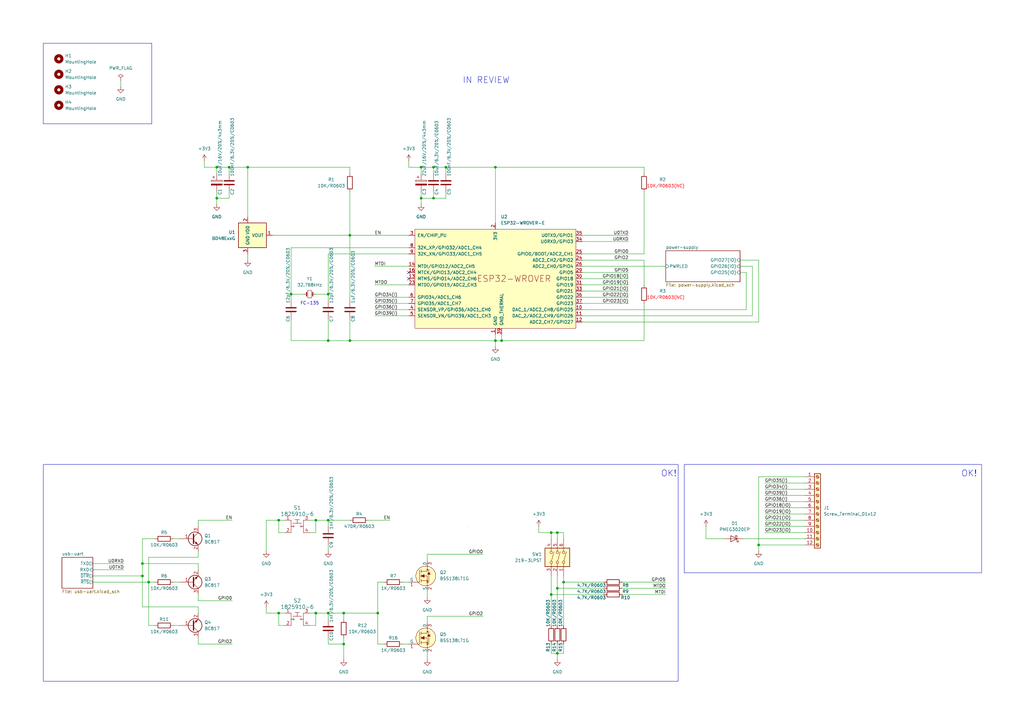
<source format=kicad_sch>
(kicad_sch (version 20231120) (generator "eeschema") (generator_version "8.0")
  (paper "A3")
  (title_block (title "ESP32 embedded application") (date "2024-10-26") (rev "C") (comment 1 "Author: Nicolae-Andrei Prodan") (comment 2 "ESP32 embedded hardware application"))
  (lib_symbols
    (symbol "BSS138LT1G_1" (pin_names (offset 0))
      (property "Reference" "Q" (at -3.81 3.81 0))
      (property "Value" "BSS138LT1G" (at 5.08 0 90))
      (symbol "BSS138LT1G_1_1_1"
        (pin bidirectional line (at -7.62 -2.54 0) (length 2.54) (name "G") (number "1"))
        (pin bidirectional line (at 0 -6.35 90) (length 2.54) (name "S") (number "2"))
        (pin bidirectional line (at 0 6.35 270) (length 2.54) (name "D") (number "3"))
      )
    )
    (symbol "Connector:Screw_Terminal_01x12" (pin_names (offset 1.016) hide)
      (property "Reference" "J" (at 0 15.24 0))
      (property "Value" "Screw_Terminal_01x12" (at 0 -17.78 0))
      (symbol "Screw_Terminal_01x12_1_1"
        (pin passive line (at -5.08 12.7 0) (length 3.81) (name "Pin_1") (number "1"))
        (pin passive line (at -5.08 -10.16 0) (length 3.81) (name "Pin_10") (number "10"))
        (pin passive line (at -5.08 -12.7 0) (length 3.81) (name "Pin_11") (number "11"))
        (pin passive line (at -5.08 -15.24 0) (length 3.81) (name "Pin_12") (number "12"))
        (pin passive line (at -5.08 10.16 0) (length 3.81) (name "Pin_2") (number "2"))
        (pin passive line (at -5.08 7.62 0) (length 3.81) (name "Pin_3") (number "3"))
        (pin passive line (at -5.08 5.08 0) (length 3.81) (name "Pin_4") (number "4"))
        (pin passive line (at -5.08 2.54 0) (length 3.81) (name "Pin_5") (number "5"))
        (pin passive line (at -5.08 0 0) (length 3.81) (name "Pin_6") (number "6"))
        (pin passive line (at -5.08 -2.54 0) (length 3.81) (name "Pin_7") (number "7"))
        (pin passive line (at -5.08 -5.08 0) (length 3.81) (name "Pin_8") (number "8"))
        (pin passive line (at -5.08 -7.62 0) (length 3.81) (name "Pin_9") (number "9"))
      )
    )
    (symbol "Device:C" (pin_numbers hide) (pin_names (offset 0.254))
      (property "Reference" "C" (at 0.635 2.54 0))
      (property "Value" "C" (at 0.635 -2.54 0))
      (symbol "C_1_1"
        (pin passive line (at 0 3.81 270) (length 2.794) (name "~") (number "1"))
        (pin passive line (at 0 -3.81 90) (length 2.794) (name "~") (number "2"))
      )
    )
    (symbol "Device:C_Polarized" (pin_numbers hide) (pin_names (offset 0.254))
      (property "Reference" "C" (at 0.635 2.54 0))
      (property "Value" "C_Polarized" (at 0.635 -2.54 0))
      (symbol "C_Polarized_1_1"
        (pin passive line (at 0 3.81 270) (length 2.794) (name "~") (number "1"))
        (pin passive line (at 0 -3.81 90) (length 2.794) (name "~") (number "2"))
      )
    )
    (symbol "Device:R" (pin_numbers hide) (pin_names (offset 0))
      (property "Reference" "R" (at 2.032 0 90))
      (property "Value" "R" (at 0 0 90))
      (symbol "R_1_1"
        (pin passive line (at 0 3.81 270) (length 1.27) (name "~") (number "1"))
        (pin passive line (at 0 -3.81 90) (length 1.27) (name "~") (number "2"))
      )
    )
    (symbol "Diode:PMEG3020ER" (pin_numbers hide) (pin_names hide)
      (property "Reference" "D" (at 0 2.54 0))
      (property "Value" "PMEG3020ER" (at 0 -2.54 0))
      (symbol "PMEG3020ER_1_1"
        (pin passive line (at -3.81 0 0) (length 2.54) (name "K") (number "1"))
        (pin passive line (at 3.81 0 180) (length 2.54) (name "A") (number "2"))
      )
    )
    (symbol "Espressif:ESP32-WROVER-E" (pin_names (offset 1.016))
      (property "Reference" "U" (at -30.48 25.4 0))
      (property "Value" "ESP32-WROVER-E" (at -30.48 22.86 0))
      (symbol "ESP32-WROVER-E_1_1"
        (text "ESP32-­WROVER" (at 7.62 0 0) (effects (font (size 2.54 2.54))))
        (pin power_in line (at 0 -22.86 90) (length 2.54) (name "GND") (number "1"))
        (pin bidirectional line (at 35.56 -12.7 180) (length 2.54) (name "DAC_1/ADC2_CH8/GPIO25") (number "10"))
        (pin bidirectional line (at 35.56 -15.24 180) (length 2.54) (name "DAC_2/ADC2_CH9/GPIO26") (number "11"))
        (pin bidirectional line (at 35.56 -17.78 180) (length 2.54) (name "ADC2_CH7/GPIO27") (number "12"))
        (pin bidirectional line (at -35.56 0 0) (length 2.54) (name "MTMS/GPIO14/ADC2_CH6") (number "13"))
        (pin bidirectional line (at -35.56 5.08 0) (length 2.54) (name "MTDI/GPIO12/ADC2_CH5") (number "14"))
        (pin passive line (at 0 -22.86 90) (length 2.54) hide (name "GND") (number "15"))
        (pin bidirectional line (at -35.56 2.54 0) (length 2.54) (name "MTCK/GPIO13/ADC2_CH4") (number "16"))
        (pin power_in line (at 0 22.86 270) (length 2.54) (name "3V3") (number "2"))
        (pin bidirectional line (at -35.56 -2.54 0) (length 2.54) (name "MTDO/GPIO15/ADC2_CH3") (number "23"))
        (pin bidirectional line (at 35.56 7.62 180) (length 2.54) (name "ADC2_CH2/GPIO2") (number "24"))
        (pin bidirectional line (at 35.56 10.16 180) (length 2.54) (name "GPIO0/BOOT/ADC2_CH1") (number "25"))
        (pin bidirectional line (at 35.56 5.08 180) (length 2.54) (name "ADC2_CH0/GPIO4") (number "26"))
        (pin bidirectional line (at 35.56 2.54 180) (length 2.54) (name "GPIO5") (number "29"))
        (pin input line (at -35.56 17.78 0) (length 2.54) (name "EN/CHIP_PU") (number "3"))
        (pin bidirectional line (at 35.56 0 180) (length 2.54) (name "GPIO18") (number "30"))
        (pin bidirectional line (at 35.56 -2.54 180) (length 2.54) (name "GPIO19") (number "31"))
        (pin bidirectional line (at 35.56 -5.08 180) (length 2.54) (name "GPIO21") (number "33"))
        (pin bidirectional line (at 35.56 15.24 180) (length 2.54) (name "U0RXD/GPIO3") (number "34"))
        (pin bidirectional line (at 35.56 17.78 180) (length 2.54) (name "U0TXD/GPIO1") (number "35"))
        (pin bidirectional line (at 35.56 -7.62 180) (length 2.54) (name "GPIO22") (number "36"))
        (pin bidirectional line (at 35.56 -10.16 180) (length 2.54) (name "GPIO23") (number "37"))
        (pin passive line (at 0 -22.86 90) (length 2.54) hide (name "GND") (number "38"))
        (pin power_in line (at 2.54 -22.86 90) (length 2.54) (name "GND_THERMAL") (number "39"))
        (pin input line (at -35.56 -12.7 0) (length 2.54) (name "SENSOR_VP/GPIO36/ADC1_CH0") (number "4"))
        (pin input line (at -35.56 -15.24 0) (length 2.54) (name "SENSOR_VN/GPIO39/ADC1_CH3") (number "5"))
        (pin input line (at -35.56 -7.62 0) (length 2.54) (name "GPIO34/ADC1_CH6") (number "6"))
        (pin input line (at -35.56 -10.16 0) (length 2.54) (name "GPIO35/ADC1_CH7") (number "7"))
        (pin bidirectional line (at -35.56 12.7 0) (length 2.54) (name "32K_XP/GPIO32/ADC1_CH4") (number "8"))
        (pin bidirectional line (at -35.56 10.16 0) (length 2.54) (name "32K_XN/GPIO33/ADC1_CH5") (number "9"))
      )
    )
    (symbol "Mechanical:MountingHole" (pin_names (offset 1.016)) (exclude_from_sim yes) (in_bom no)
      (property "Reference" "H" (at 0 5.08 0))
      (property "Value" "MountingHole" (at 0 3.175 0))
    )
    (symbol "Power_Management:BD48ExxG" (pin_names (offset 1.016))
      (property "Reference" "U" (at -3.81 6.35 0))
      (property "Value" "BD48ExxG" (at -5.08 0 90))
      (symbol "BD48ExxG_1_1"
        (pin output line (at 10.16 0 180) (length 2.54) (name "VOUT") (number "1"))
        (pin power_in line (at 0 7.62 270) (length 2.54) (name "VDD") (number "2"))
        (pin power_in line (at 0 -7.62 90) (length 2.54) (name "GND") (number "3"))
      )
    )
    (symbol "SparkFun-Clock:Crystal_32.768kHz_3.2x1.5mm" (pin_numbers hide) (pin_names (offset 1.016) hide)
      (property "Reference" "Y" (at 0 2.54 0))
      (property "Value" "32.768kHz" (at 0 -2.54 0))
      (symbol "Crystal_32.768kHz_3.2x1.5mm_1_1"
        (pin passive line (at -2.54 0 0) (length 1.27) (name "1") (number "1"))
        (pin passive line (at 2.54 0 180) (length 1.27) (name "2") (number "2"))
      )
    )
    (symbol "Switch:SW_DIP_x03" (pin_names (offset 0) hide)
      (property "Reference" "SW" (at 0 6.35 0))
      (property "Value" "SW_DIP_x03" (at 0 -6.35 0))
      (symbol "SW_DIP_x03_1_1"
        (pin passive line (at -7.62 2.54 0) (length 5.08) (name "~") (number "1"))
        (pin passive line (at -7.62 0 0) (length 5.08) (name "~") (number "2"))
        (pin passive line (at -7.62 -2.54 0) (length 5.08) (name "~") (number "3"))
        (pin passive line (at 7.62 -2.54 180) (length 5.08) (name "~") (number "4"))
        (pin passive line (at 7.62 0 180) (length 5.08) (name "~") (number "5"))
        (pin passive line (at 7.62 2.54 180) (length 5.08) (name "~") (number "6"))
      )
    )
    (symbol "Transistor_BJT:BC817" (pin_names (offset 0) hide)
      (property "Reference" "Q" (at 5.08 1.905 0))
      (property "Value" "BC817" (at 5.08 0 0))
      (symbol "BC817_1_1"
        (pin input line (at -5.08 0 0) (length 5.715) (name "B") (number "1"))
        (pin passive line (at 2.54 -5.08 90) (length 2.54) (name "E") (number "2"))
        (pin passive line (at 2.54 5.08 270) (length 2.54) (name "C") (number "3"))
      )
    )
    (symbol "dk_Tactile-Switches:1825910-6" (pin_names (offset 1.016))
      (property "Reference" "S" (at 0 4.572 0))
      (property "Value" "1825910-6" (at 0.127 -5.08 0))
      (symbol "1825910-6_1_1"
        (pin passive line (at -5.08 2.54 0) (length 2.54) (name "~") (number "1"))
        (pin passive line (at -5.08 -2.54 0) (length 2.54) (name "~") (number "2"))
        (pin passive line (at 5.08 2.54 180) (length 2.54) (name "~") (number "3"))
        (pin passive line (at 5.08 -2.54 180) (length 2.54) (name "~") (number "4"))
      )
    )
    (symbol "dk_Transistors-FETs-MOSFETs-Single:BSS138LT1G" (pin_names (offset 0))
      (property "Reference" "Q" (at -3.81 3.81 0))
      (property "Value" "BSS138LT1G" (at 5.08 0 90))
      (symbol "BSS138LT1G_1_1"
        (pin bidirectional line (at -7.62 -2.54 0) (length 2.54) (name "G") (number "1"))
        (pin bidirectional line (at 0 -6.35 90) (length 2.54) (name "S") (number "2"))
        (pin bidirectional line (at 0 6.35 270) (length 2.54) (name "D") (number "3"))
      )
    )
    (symbol "power:+3V3" (power) (pin_numbers hide) (pin_names (offset 0) hide)
      (property "Value" "+3V3" (at 0 3.556 0))
      (symbol "+3V3_1_1"
        (pin power_in line (at 0 0 90) (length 0) (name "~") (number "1"))
      )
    )
    (symbol "power:GND" (power) (pin_numbers hide) (pin_names (offset 0) hide)
      (property "Value" "GND" (at 0 -3.81 0))
      (symbol "GND_1_1"
        (pin power_in line (at 0 0 270) (length 0) (name "~") (number "1"))
      )
    )
    (symbol "power:PWR_FLAG" (power) (pin_numbers hide) (pin_names (offset 0) hide)
      (property "Value" "PWR_FLAG" (at 0 3.81 0))
      (symbol "PWR_FLAG_0_0"
        (pin power_out line (at 0 0 90) (length 0) (name "~") (number "1"))
      )
    )
  )
  (junction (at 129.54 251.46))
  (junction (at 60.96 238.76))
  (junction (at 143.51 139.7))
  (junction (at 177.8 68.58))
  (junction (at 134.62 139.7))
  (junction (at 88.9 68.58))
  (junction (at 140.97 264.16))
  (junction (at 228.6 241.3))
  (junction (at 134.62 213.36))
  (junction (at 172.72 81.28))
  (junction (at 58.42 231.14))
  (junction (at 154.94 251.46))
  (junction (at 88.9 81.28))
  (junction (at 129.54 213.36))
  (junction (at 114.3 251.46))
  (junction (at 114.3 213.36))
  (junction (at 140.97 251.46))
  (junction (at 172.72 68.58))
  (junction (at 231.14 238.76))
  (junction (at 134.62 251.46))
  (junction (at 58.42 236.22))
  (junction (at 119.38 120.65))
  (junction (at 177.8 81.28))
  (junction (at 101.6 68.58))
  (junction (at 134.62 120.65))
  (junction (at 228.6 267.97))
  (junction (at 203.2 68.58))
  (junction (at 182.88 68.58))
  (junction (at 143.51 96.52))
  (junction (at 226.06 243.84))
  (junction (at 93.98 68.58))
  (junction (at 226.06 218.44))
  (junction (at 311.15 223.52))
  (junction (at 203.2 139.7))
  (junction (at 228.6 218.44))
  (junction (at 205.74 139.7))
  (no_connect (at 167.64 111.76))
  (no_connect (at 167.64 114.3))
  (wire (pts (xy 238.76 104.14) (xy 264.16 104.14)))
  (wire (pts (xy 255.27 243.84) (xy 273.05 243.84)))
  (wire (pts (xy 58.42 231.14) (xy 58.42 236.22)))
  (wire (pts (xy 255.27 238.76) (xy 273.05 238.76)))
  (wire (pts (xy 220.98 215.9) (xy 220.98 218.44)))
  (wire (pts (xy 226.06 236.22) (xy 226.06 243.84)))
  (wire (pts (xy 116.84 213.36) (xy 114.3 213.36)))
  (wire (pts (xy 203.2 68.58) (xy 203.2 91.44)))
  (wire (pts (xy 143.51 71.12) (xy 143.51 68.58)))
  (polyline (pts (xy 17.78 17.78) (xy 62.23 17.78)))
  (wire (pts (xy 114.3 218.44) (xy 116.84 218.44)))
  (wire (pts (xy 203.2 139.7) (xy 205.74 139.7)))
  (wire (pts (xy 238.76 119.38) (xy 257.81 119.38)))
  (wire (pts (xy 60.96 228.6) (xy 81.28 228.6)))
  (wire (pts (xy 129.54 256.54) (xy 129.54 251.46)))
  (wire (pts (xy 134.62 139.7) (xy 143.51 139.7)))
  (wire (pts (xy 154.94 251.46) (xy 154.94 264.16)))
  (wire (pts (xy 93.98 68.58) (xy 101.6 68.58)))
  (wire (pts (xy 182.88 81.28) (xy 182.88 78.74)))
  (wire (pts (xy 81.28 228.6) (xy 81.28 226.06)))
  (wire (pts (xy 306.07 111.76) (xy 303.53 111.76)))
  (wire (pts (xy 175.26 252.73) (xy 198.12 252.73)))
  (wire (pts (xy 81.28 264.16) (xy 95.25 264.16)))
  (wire (pts (xy 154.94 264.16) (xy 157.48 264.16)))
  (wire (pts (xy 129.54 120.65) (xy 134.62 120.65)))
  (wire (pts (xy 231.14 267.97) (xy 231.14 264.16)))
  (polyline (pts (xy 17.78 50.8) (xy 62.23 50.8)))
  (wire (pts (xy 264.16 68.58) (xy 203.2 68.58)))
  (wire (pts (xy 134.62 104.14) (xy 167.64 104.14)))
  (wire (pts (xy 175.26 229.87) (xy 175.26 227.33)))
  (wire (pts (xy 101.6 68.58) (xy 101.6 88.9)))
  (wire (pts (xy 238.76 116.84) (xy 257.81 116.84)))
  (wire (pts (xy 151.13 213.36) (xy 160.02 213.36)))
  (wire (pts (xy 264.16 78.74) (xy 264.16 104.14)))
  (wire (pts (xy 109.22 226.06) (xy 109.22 213.36)))
  (wire (pts (xy 306.07 127) (xy 306.07 111.76)))
  (wire (pts (xy 289.56 220.98) (xy 289.56 215.9)))
  (wire (pts (xy 153.67 121.92) (xy 167.64 121.92)))
  (wire (pts (xy 255.27 241.3) (xy 273.05 241.3)))
  (wire (pts (xy 63.5 238.76) (xy 60.96 238.76)))
  (wire (pts (xy 175.26 255.27) (xy 175.26 252.73)))
  (wire (pts (xy 264.16 124.46) (xy 264.16 139.7)))
  (wire (pts (xy 165.1 264.16) (xy 167.64 264.16)))
  (wire (pts (xy 153.67 124.46) (xy 167.64 124.46)))
  (wire (pts (xy 313.69 205.74) (xy 330.2 205.74)))
  (wire (pts (xy 143.51 78.74) (xy 143.51 96.52)))
  (wire (pts (xy 238.76 99.06) (xy 257.81 99.06)))
  (wire (pts (xy 311.15 106.68) (xy 303.53 106.68)))
  (wire (pts (xy 182.88 68.58) (xy 182.88 71.12)))
  (wire (pts (xy 81.28 261.62) (xy 81.28 264.16)))
  (polyline (pts (xy 191.77 215.9) (xy 191.77 215.9)))
  (polyline (pts (xy 17.78 17.78) (xy 17.78 50.8)))
  (wire (pts (xy 88.9 78.74) (xy 88.9 81.28)))
  (wire (pts (xy 134.62 251.46) (xy 140.97 251.46)))
  (wire (pts (xy 203.2 139.7) (xy 203.2 142.24)))
  (wire (pts (xy 81.28 251.46) (xy 81.28 248.92)))
  (wire (pts (xy 228.6 236.22) (xy 228.6 241.3)))
  (wire (pts (xy 129.54 251.46) (xy 134.62 251.46)))
  (wire (pts (xy 38.1 238.76) (xy 60.96 238.76)))
  (wire (pts (xy 88.9 71.12) (xy 88.9 68.58)))
  (wire (pts (xy 143.51 68.58) (xy 101.6 68.58)))
  (wire (pts (xy 264.16 139.7) (xy 205.74 139.7)))
  (wire (pts (xy 81.28 246.38) (xy 95.25 246.38)))
  (wire (pts (xy 238.76 106.68) (xy 264.16 106.68)))
  (polyline (pts (xy 62.23 50.8) (xy 62.23 17.78)))
  (wire (pts (xy 81.28 213.36) (xy 81.28 215.9)))
  (wire (pts (xy 226.06 218.44) (xy 220.98 218.44)))
  (wire (pts (xy 143.51 139.7) (xy 203.2 139.7)))
  (wire (pts (xy 119.38 120.65) (xy 124.46 120.65)))
  (wire (pts (xy 134.62 223.52) (xy 134.62 226.06)))
  (wire (pts (xy 153.67 129.54) (xy 167.64 129.54)))
  (wire (pts (xy 231.14 238.76) (xy 247.65 238.76)))
  (wire (pts (xy 228.6 241.3) (xy 247.65 241.3)))
  (wire (pts (xy 313.69 198.12) (xy 330.2 198.12)))
  (wire (pts (xy 167.64 68.58) (xy 172.72 68.58)))
  (wire (pts (xy 157.48 238.76) (xy 154.94 238.76)))
  (wire (pts (xy 167.64 66.04) (xy 167.64 68.58)))
  (wire (pts (xy 154.94 238.76) (xy 154.94 251.46)))
  (wire (pts (xy 127 251.46) (xy 129.54 251.46)))
  (wire (pts (xy 81.28 248.92) (xy 58.42 248.92)))
  (wire (pts (xy 165.1 238.76) (xy 167.64 238.76)))
  (wire (pts (xy 228.6 267.97) (xy 231.14 267.97)))
  (wire (pts (xy 313.69 203.2) (xy 330.2 203.2)))
  (wire (pts (xy 143.51 130.81) (xy 143.51 139.7)))
  (wire (pts (xy 226.06 218.44) (xy 226.06 220.98)))
  (wire (pts (xy 119.38 123.19) (xy 119.38 120.65)))
  (wire (pts (xy 238.76 114.3) (xy 257.81 114.3)))
  (wire (pts (xy 177.8 78.74) (xy 177.8 81.28)))
  (wire (pts (xy 119.38 101.6) (xy 119.38 120.65)))
  (wire (pts (xy 226.06 243.84) (xy 226.06 256.54)))
  (wire (pts (xy 134.62 213.36) (xy 143.51 213.36)))
  (wire (pts (xy 114.3 256.54) (xy 114.3 251.46)))
  (wire (pts (xy 231.14 218.44) (xy 228.6 218.44)))
  (wire (pts (xy 228.6 218.44) (xy 226.06 218.44)))
  (wire (pts (xy 313.69 208.28) (xy 330.2 208.28)))
  (wire (pts (xy 273.05 109.22) (xy 238.76 109.22)))
  (wire (pts (xy 114.3 213.36) (xy 114.3 218.44)))
  (wire (pts (xy 114.3 251.46) (xy 116.84 251.46)))
  (wire (pts (xy 313.69 218.44) (xy 330.2 218.44)))
  (wire (pts (xy 226.06 267.97) (xy 228.6 267.97)))
  (wire (pts (xy 311.15 195.58) (xy 311.15 223.52)))
  (wire (pts (xy 330.2 195.58) (xy 311.15 195.58)))
  (wire (pts (xy 308.61 109.22) (xy 308.61 129.54)))
  (wire (pts (xy 127 213.36) (xy 129.54 213.36)))
  (wire (pts (xy 311.15 223.52) (xy 330.2 223.52)))
  (wire (pts (xy 172.72 81.28) (xy 172.72 83.82)))
  (wire (pts (xy 81.28 233.68) (xy 81.28 231.14)))
  (wire (pts (xy 134.62 264.16) (xy 134.62 261.62)))
  (wire (pts (xy 140.97 264.16) (xy 134.62 264.16)))
  (wire (pts (xy 175.26 267.97) (xy 175.26 270.51)))
  (wire (pts (xy 129.54 213.36) (xy 129.54 218.44)))
  (wire (pts (xy 231.14 236.22) (xy 231.14 238.76)))
  (wire (pts (xy 83.82 68.58) (xy 88.9 68.58)))
  (wire (pts (xy 63.5 256.54) (xy 60.96 256.54)))
  (wire (pts (xy 38.1 233.68) (xy 50.8 233.68)))
  (wire (pts (xy 182.88 68.58) (xy 203.2 68.58)))
  (wire (pts (xy 313.69 200.66) (xy 330.2 200.66)))
  (wire (pts (xy 129.54 218.44) (xy 127 218.44)))
  (wire (pts (xy 175.26 242.57) (xy 175.26 245.11)))
  (wire (pts (xy 238.76 96.52) (xy 257.81 96.52)))
  (wire (pts (xy 226.06 243.84) (xy 247.65 243.84)))
  (wire (pts (xy 129.54 213.36) (xy 134.62 213.36)))
  (wire (pts (xy 109.22 248.92) (xy 109.22 251.46)))
  (wire (pts (xy 58.42 220.98) (xy 63.5 220.98)))
  (wire (pts (xy 114.3 251.46) (xy 109.22 251.46)))
  (wire (pts (xy 303.53 109.22) (xy 308.61 109.22)))
  (wire (pts (xy 264.16 106.68) (xy 264.16 116.84)))
  (wire (pts (xy 231.14 220.98) (xy 231.14 218.44)))
  (wire (pts (xy 49.53 33.02) (xy 49.53 35.56)))
  (wire (pts (xy 38.1 236.22) (xy 58.42 236.22)))
  (wire (pts (xy 238.76 132.08) (xy 311.15 132.08)))
  (wire (pts (xy 228.6 264.16) (xy 228.6 267.97)))
  (wire (pts (xy 127 256.54) (xy 129.54 256.54)))
  (wire (pts (xy 304.8 220.98) (xy 330.2 220.98)))
  (wire (pts (xy 119.38 130.81) (xy 119.38 139.7)))
  (wire (pts (xy 264.16 71.12) (xy 264.16 68.58)))
  (wire (pts (xy 60.96 238.76) (xy 60.96 256.54)))
  (wire (pts (xy 93.98 78.74) (xy 93.98 81.28)))
  (wire (pts (xy 58.42 220.98) (xy 58.42 231.14)))
  (wire (pts (xy 238.76 129.54) (xy 308.61 129.54)))
  (wire (pts (xy 143.51 96.52) (xy 143.51 123.19)))
  (wire (pts (xy 81.28 231.14) (xy 58.42 231.14)))
  (wire (pts (xy 140.97 261.62) (xy 140.97 264.16)))
  (wire (pts (xy 238.76 127) (xy 306.07 127)))
  (wire (pts (xy 311.15 132.08) (xy 311.15 106.68)))
  (wire (pts (xy 81.28 213.36) (xy 95.25 213.36)))
  (wire (pts (xy 228.6 241.3) (xy 228.6 256.54)))
  (wire (pts (xy 134.62 104.14) (xy 134.62 120.65)))
  (wire (pts (xy 134.62 251.46) (xy 134.62 254)))
  (wire (pts (xy 172.72 78.74) (xy 172.72 81.28)))
  (wire (pts (xy 228.6 270.51) (xy 228.6 267.97)))
  (wire (pts (xy 175.26 227.33) (xy 198.12 227.33)))
  (wire (pts (xy 83.82 66.04) (xy 83.82 68.58)))
  (wire (pts (xy 119.38 139.7) (xy 134.62 139.7)))
  (wire (pts (xy 226.06 264.16) (xy 226.06 267.97)))
  (wire (pts (xy 177.8 68.58) (xy 182.88 68.58)))
  (wire (pts (xy 172.72 68.58) (xy 177.8 68.58)))
  (wire (pts (xy 134.62 130.81) (xy 134.62 139.7)))
  (wire (pts (xy 313.69 215.9) (xy 330.2 215.9)))
  (wire (pts (xy 238.76 121.92) (xy 257.81 121.92)))
  (wire (pts (xy 111.76 96.52) (xy 143.51 96.52)))
  (wire (pts (xy 38.1 231.14) (xy 50.8 231.14)))
  (wire (pts (xy 228.6 218.44) (xy 228.6 220.98)))
  (wire (pts (xy 81.28 243.84) (xy 81.28 246.38)))
  (wire (pts (xy 116.84 256.54) (xy 114.3 256.54)))
  (wire (pts (xy 71.12 220.98) (xy 73.66 220.98)))
  (wire (pts (xy 143.51 96.52) (xy 167.64 96.52)))
  (wire (pts (xy 88.9 81.28) (xy 88.9 83.82)))
  (wire (pts (xy 238.76 111.76) (xy 257.81 111.76)))
  (wire (pts (xy 153.67 109.22) (xy 167.64 109.22)))
  (wire (pts (xy 172.72 68.58) (xy 172.72 71.12)))
  (wire (pts (xy 205.74 137.16) (xy 205.74 139.7)))
  (wire (pts (xy 311.15 223.52) (xy 311.15 226.06)))
  (wire (pts (xy 88.9 68.58) (xy 93.98 68.58)))
  (wire (pts (xy 119.38 101.6) (xy 167.64 101.6)))
  (wire (pts (xy 289.56 220.98) (xy 297.18 220.98)))
  (wire (pts (xy 134.62 213.36) (xy 134.62 215.9)))
  (wire (pts (xy 313.69 213.36) (xy 330.2 213.36)))
  (wire (pts (xy 71.12 256.54) (xy 73.66 256.54)))
  (wire (pts (xy 153.67 127) (xy 167.64 127)))
  (wire (pts (xy 58.42 236.22) (xy 58.42 248.92)))
  (wire (pts (xy 93.98 71.12) (xy 93.98 68.58)))
  (wire (pts (xy 313.69 210.82) (xy 330.2 210.82)))
  (wire (pts (xy 101.6 104.14) (xy 101.6 106.68)))
  (wire (pts (xy 60.96 228.6) (xy 60.96 238.76)))
  (wire (pts (xy 140.97 264.16) (xy 140.97 270.51)))
  (wire (pts (xy 140.97 251.46) (xy 140.97 254)))
  (wire (pts (xy 231.14 238.76) (xy 231.14 256.54)))
  (wire (pts (xy 109.22 213.36) (xy 114.3 213.36)))
  (wire (pts (xy 177.8 68.58) (xy 177.8 71.12)))
  (wire (pts (xy 88.9 81.28) (xy 93.98 81.28)))
  (wire (pts (xy 238.76 124.46) (xy 257.81 124.46)))
  (wire (pts (xy 71.12 238.76) (xy 73.66 238.76)))
  (wire (pts (xy 177.8 81.28) (xy 182.88 81.28)))
  (wire (pts (xy 203.2 137.16) (xy 203.2 139.7)))
  (wire (pts (xy 153.67 116.84) (xy 167.64 116.84)))
  (wire (pts (xy 140.97 251.46) (xy 154.94 251.46)))
  (wire (pts (xy 177.8 81.28) (xy 172.72 81.28)))
  (wire (pts (xy 134.62 120.65) (xy 134.62 123.19)))
  (rectangle (start 280.67 190.5) (end 402.59 234.95))
  (rectangle (start 17.78 190.5) (end 278.13 279.4))
  (text "IN REVIEW" (at 199.39 33.02 0) (effects (font (size 2.54 2.54))))
  (text "FC-135" (at 127 124.46 0) (effects (font (size 1.27 1.27))))
  (text "OK!\n" (at 397.51 194.31 0) (effects (font (size 2.54 2.54))))
  (text "OK!" (at 274.32 194.31 0) (effects (font (size 2.54 2.54))))
  (label "GPIO39(I)" (at 153.67 129.54 0))
  (label "GPIO5" (at 273.05 238.76 180))
  (label "GPIO36(I)" (at 313.69 205.74 0))
  (label "GPIO2" (at 257.81 106.68 180))
  (label "GPIO0" (at 95.25 246.38 180))
  (label "GPIO39(I)" (at 313.69 203.2 0))
  (label "GPIO35(I)" (at 313.69 198.12 0))
  (label "EN" (at 95.25 213.36 180))
  (label "GPIO0" (at 198.12 227.33 180))
  (label "U0TXD" (at 257.81 96.52 180))
  (label "GPIO18(IO)" (at 257.81 114.3 180))
  (label "GPIO2" (at 95.25 264.16 180))
  (label "GPIO19(IO)" (at 313.69 210.82 0))
  (label "MTDI" (at 153.67 109.22 0))
  (label "GPIO21(IO)" (at 313.69 213.36 0))
  (label "GPIO19(IO)" (at 257.81 116.84 180))
  (label "EN" (at 153.67 96.52 0))
  (label "GPIO2" (at 198.12 252.73 180))
  (label "GPIO23(IO)" (at 257.81 124.46 180))
  (label "GPIO22(IO)" (at 313.69 215.9 0))
  (label "GPIO34(I)" (at 313.69 200.66 0))
  (label "GPIO22(IO)" (at 257.81 121.92 180))
  (label "GPIO34(I)" (at 153.67 121.92 0))
  (label "MTDO" (at 273.05 241.3 180))
  (label "GPIO21(IO)" (at 257.81 119.38 180))
  (label "GPIO36(I)" (at 153.67 127 0))
  (label "GPIO35(I)" (at 153.67 124.46 0))
  (label "EN" (at 160.02 213.36 180))
  (label "GPIO0" (at 257.81 104.14 180))
  (label "U0RXD" (at 50.8 231.14 180))
  (label "MTDO" (at 153.67 116.84 0))
  (label "MTDI" (at 273.05 243.84 180))
  (label "U0RXD" (at 257.81 99.06 180))
  (label "GPIO23(IO)" (at 313.69 218.44 0))
  (label "GPIO5" (at 257.81 111.76 180))
  (label "U0TXD" (at 50.8 233.68 180))
  (label "GPIO18(IO)" (at 313.69 208.28 0))
  (symbol (lib_id "dk_Tactile-Switches:1825910-6") (at 121.92 215.9 0) (unit 1)
    (property "Reference" "S1" (at 121.92 208.28 0) (effects (font (size 1.524 1.524))))
    (property "Value" "1825910-6" (at 121.92 210.82 0) (effects (font (size 1.524 1.524))))
    (property "Footprint" "digikey-footprints:Switch_Tactile_THT_6x6mm" (effects (hide yes)))
    (property "Datasheet" "https://www.te.com/commerce/DocumentDelivery/DDEController?Action=srchrtrv&DocNm=1825910&DocType=Customer+Drawing&DocLang=English" (effects (hide yes)))
    (property "Description" "SWITCH TACTILE SPST-NO 0.05A 24V" (effects (hide yes)))
    (property "Digi-Key_PN" "450-1650-ND" (effects (hide yes)))
    (property "MPN" "1825910-6" (effects (hide yes)))
    (property "Category" "Switches" (effects (hide yes)))
    (property "Family" "Tactile Switches" (effects (hide yes)))
    (property "DK_Datasheet_Link" "https://www.te.com/commerce/DocumentDelivery/DDEController?Action=srchrtrv&DocNm=1825910&DocType=Customer+Drawing&DocLang=English" (effects (hide yes)))
    (property "DK_Detail_Page" "/product-detail/en/te-connectivity-alcoswitch-switches/1825910-6/450-1650-ND/1632536" (effects (hide yes)))
    (property "Description_1" "SWITCH TACTILE SPST-NO 0.05A 24V" (effects (hide yes)))
    (property "Manufacturer" "TE Connectivity ALCOSWITCH Switches" (effects (hide yes)))
    (property "Status" "Active" (effects (hide yes)))
  )
  (symbol (lib_id "Device:R") (at 161.29 264.16 270) (unit 1)
    (property "Reference" "R16" (at 161.29 261.62 90))
    (property "Value" "1K/R0603" (at 161.29 266.7 90))
    (property "Footprint" "Resistor_SMD:R_0603_1608Metric_Pad0.98x0.95mm_HandSolder" (effects (hide yes)))
    (property "Description" "Resistor" (effects (hide yes)))
  )
  (symbol (lib_id "Transistor_BJT:BC817") (at 78.74 238.76 0) (mirror x) (unit 1)
    (property "Reference" "Q3" (at 83.82 237.49 0) (effects (justify left)))
    (property "Value" "BC817" (at 83.82 240.03 0) (effects (justify left)))
    (property "Footprint" "Package_TO_SOT_SMD:SOT-23" (effects (hide yes)))
    (property "Datasheet" "https://www.onsemi.com/pub/Collateral/BC818-D.pdf" (effects (hide yes)))
    (property "Description" "0.8A Ic, 45V Vce, NPN Transistor, SOT-23" (effects (hide yes)))
  )
  (symbol (lib_id "Device:C") (at 182.88 74.93 0) (unit 1)
    (property "Reference" "C5" (at 184.15 80.01 90) (effects (justify left)))
    (property "Value" "100nF/6.3V/20%/C0603" (at 184.15 72.39 90) (effects (justify left)))
    (property "Footprint" "Capacitor_SMD:C_0603_1608Metric_Pad1.08x0.95mm_HandSolder" (effects (hide yes)))
    (property "Description" "Unpolarized capacitor" (effects (hide yes)))
  )
  (symbol (lib_id "Device:R") (at 231.14 260.35 0) (mirror x) (unit 1)
    (property "Reference" "R15" (at 229.87 265.43 90))
    (property "Value" "10K/R0603" (at 229.87 251.46 90))
    (property "Footprint" "Resistor_SMD:R_0603_1608Metric_Pad0.98x0.95mm_HandSolder" (effects (hide yes)))
    (property "Description" "Resistor" (effects (hide yes)))
  )
  (symbol (lib_id "power:+3V3") (at 167.64 66.04 0) (unit 1)
    (property "Reference" "#PWR03" (effects (hide yes)))
    (property "Value" "+3V3" (at 167.64 60.96 0))
    (property "Description" "Power symbol creates a global label with name \"+3V3\"" (effects (hide yes)))
  )
  (symbol (lib_id "Device:R") (at 67.31 256.54 270) (unit 1)
    (property "Reference" "R11" (at 67.31 254 90))
    (property "Value" "10K/R0603" (at 67.31 259.08 90))
    (property "Footprint" "Resistor_SMD:R_0603_1608Metric_Pad0.98x0.95mm_HandSolder" (effects (hide yes)))
    (property "Description" "Resistor" (effects (hide yes)))
  )
  (symbol (lib_id "power:GND") (at 49.53 35.56 0) (unit 1)
    (property "Reference" "#PWR01" (effects (hide yes)))
    (property "Value" "GND" (at 49.53 40.64 0))
    (property "Description" "Power symbol creates a global label with name \"GND\" , ground" (effects (hide yes)))
  )
  (symbol (lib_id "Device:R") (at 226.06 260.35 0) (mirror x) (unit 1)
    (property "Reference" "R13" (at 224.79 265.43 90))
    (property "Value" "10K/R0603" (at 224.79 251.46 90))
    (property "Footprint" "Resistor_SMD:R_0603_1608Metric_Pad0.98x0.95mm_HandSolder" (effects (hide yes)))
    (property "Description" "Resistor" (effects (hide yes)))
  )
  (symbol (lib_id "Mechanical:MountingHole") (at 24.13 24.13 0) (unit 1) (exclude_from_sim yes) (in_bom no)
    (property "Reference" "H1" (at 26.67 22.8599 0) (effects (justify left)))
    (property "Value" "MountingHole" (at 26.67 25.3999 0) (effects (justify left)))
    (property "Footprint" "MountingHole:MountingHole_4.3mm_M4" (effects (hide yes)))
    (property "Description" "Mounting Hole without connection" (effects (hide yes)))
  )
  (symbol (lib_id "power:GND") (at 311.15 226.06 0) (unit 1)
    (property "Reference" "#PWR012" (effects (hide yes)))
    (property "Value" "GND" (at 311.15 231.14 0))
    (property "Description" "Power symbol creates a global label with name \"GND\" , ground" (effects (hide yes)))
  )
  (symbol (lib_id "dk_Tactile-Switches:1825910-6") (at 121.92 254 0) (unit 1)
    (property "Reference" "S2" (at 121.92 246.38 0) (effects (font (size 1.524 1.524))))
    (property "Value" "1825910-6" (at 121.92 248.92 0) (effects (font (size 1.524 1.524))))
    (property "Footprint" "digikey-footprints:Switch_Tactile_THT_6x6mm" (effects (hide yes)))
    (property "Datasheet" "https://www.te.com/commerce/DocumentDelivery/DDEController?Action=srchrtrv&DocNm=1825910&DocType=Customer+Drawing&DocLang=English" (effects (hide yes)))
    (property "Description" "SWITCH TACTILE SPST-NO 0.05A 24V" (effects (hide yes)))
    (property "Digi-Key_PN" "450-1650-ND" (effects (hide yes)))
    (property "MPN" "1825910-6" (effects (hide yes)))
    (property "Category" "Switches" (effects (hide yes)))
    (property "Family" "Tactile Switches" (effects (hide yes)))
    (property "DK_Datasheet_Link" "https://www.te.com/commerce/DocumentDelivery/DDEController?Action=srchrtrv&DocNm=1825910&DocType=Customer+Drawing&DocLang=English" (effects (hide yes)))
    (property "DK_Detail_Page" "/product-detail/en/te-connectivity-alcoswitch-switches/1825910-6/450-1650-ND/1632536" (effects (hide yes)))
    (property "Description_1" "SWITCH TACTILE SPST-NO 0.05A 24V" (effects (hide yes)))
    (property "Manufacturer" "TE Connectivity ALCOSWITCH Switches" (effects (hide yes)))
    (property "Status" "Active" (effects (hide yes)))
  )
  (symbol (lib_id "power:GND") (at 101.6 106.68 0) (unit 1)
    (property "Reference" "#PWR06" (effects (hide yes)))
    (property "Value" "GND" (at 101.6 111.76 0))
    (property "Description" "Power symbol creates a global label with name \"GND\" , ground" (effects (hide yes)))
  )
  (symbol (lib_id "power:+3V3") (at 220.98 215.9 0) (unit 1)
    (property "Reference" "#PWR08" (effects (hide yes)))
    (property "Value" "+3V3" (at 220.98 210.82 0))
    (property "Description" "Power symbol creates a global label with name \"+3V3\"" (effects (hide yes)))
  )
  (symbol (lib_id "power:GND") (at 140.97 270.51 0) (unit 1)
    (property "Reference" "#PWR015" (effects (hide yes)))
    (property "Value" "GND" (at 140.97 275.59 0))
    (property "Description" "Power symbol creates a global label with name \"GND\" , ground" (effects (hide yes)))
  )
  (symbol (lib_id "SparkFun-Clock:Crystal_32.768kHz_3.2x1.5mm") (at 127 120.65 0) (unit 1)
    (property "Reference" "Y1" (at 127 114.3 0))
    (property "Value" "32.768kHz" (at 127 116.84 0))
    (property "Footprint" "SparkFun-Clock:Crystal_SMD_3.2x1.5mm" (effects (hide yes)))
    (property "Datasheet" "https://abracon.com/Resonators/ABS07.pdf" (effects (hide yes)))
    (property "Description" "Crystal" (effects (hide yes)))
    (property "PROD_ID" "XTAL-13062" (effects (hide yes)))
  )
  (symbol (lib_id "Device:C_Polarized") (at 88.9 74.93 0) (unit 1)
    (property "Reference" "C1" (at 90.17 80.01 90) (effects (justify left)))
    (property "Value" "10uF/16V/20%/4x3mm" (at 90.17 72.39 90) (effects (justify left)))
    (property "Footprint" "Capacitor_SMD:CP_Elec_4x3" (effects (hide yes)))
    (property "Description" "Polarized capacitor" (effects (hide yes)))
  )
  (symbol (lib_id "power:GND") (at 203.2 142.24 0) (unit 1)
    (property "Reference" "#PWR07" (effects (hide yes)))
    (property "Value" "GND" (at 203.2 147.32 0))
    (property "Description" "Power symbol creates a global label with name \"GND\" , ground" (effects (hide yes)))
  )
  (symbol (lib_id "power:GND") (at 172.72 83.82 0) (unit 1)
    (property "Reference" "#PWR05" (effects (hide yes)))
    (property "Value" "GND" (at 172.72 88.9 0))
    (property "Description" "Power symbol creates a global label with name \"GND\" , ground" (effects (hide yes)))
  )
  (symbol (lib_id "Device:R") (at 264.16 120.65 0) (unit 1)
    (property "Reference" "R3" (at 271.78 119.38 0))
    (property "Value" "10K/R0603(NC)" (at 273.05 121.92 0))
    (property "Footprint" "Resistor_SMD:R_0603_1608Metric_Pad0.98x0.95mm_HandSolder" (effects (hide yes)))
    (property "Description" "Resistor" (effects (hide yes)))
  )
  (symbol (lib_id "Device:R") (at 264.16 74.93 0) (unit 1)
    (property "Reference" "R2" (at 271.78 73.66 0))
    (property "Value" "10K/R0603(NC)" (at 273.05 76.2 0))
    (property "Footprint" "Resistor_SMD:R_0603_1608Metric_Pad0.98x0.95mm_HandSolder" (effects (hide yes)))
    (property "Description" "Resistor" (effects (hide yes)))
  )
  (symbol (lib_id "Device:C") (at 177.8 74.93 0) (unit 1)
    (property "Reference" "C4" (at 179.07 80.01 90) (effects (justify left)))
    (property "Value" "10uF/6.3V/20%/C0603" (at 179.07 72.39 90) (effects (justify left)))
    (property "Footprint" "Capacitor_SMD:C_0603_1608Metric_Pad1.08x0.95mm_HandSolder" (effects (hide yes)))
    (property "Description" "Unpolarized capacitor" (effects (hide yes)))
  )
  (symbol (lib_id "Mechanical:MountingHole") (at 24.13 30.48 0) (unit 1) (exclude_from_sim yes) (in_bom no)
    (property "Reference" "H2" (at 26.67 29.2099 0) (effects (justify left)))
    (property "Value" "MountingHole" (at 26.67 31.7499 0) (effects (justify left)))
    (property "Footprint" "MountingHole:MountingHole_4.3mm_M4" (effects (hide yes)))
    (property "Description" "Mounting Hole without connection" (effects (hide yes)))
  )
  (symbol (lib_id "Power_Management:BD48ExxG") (at 101.6 96.52 0) (unit 1)
    (property "Reference" "U1" (at 96.52 95.2499 0) (effects (justify right)))
    (property "Value" "BD48ExxG" (at 96.52 97.7899 0) (effects (justify right)))
    (property "Footprint" "Package_TO_SOT_SMD:SOT-23-5" (effects (hide yes)))
    (property "Datasheet" "https://www.rohm.de/datasheet/BD4830FVE/bd48xxg-e" (effects (hide yes)))
    (property "Description" "Standard CMOS Voltage Detector IC, Open Drain Output, SSOP5" (effects (hide yes)))
  )
  (symbol (lib_id "Device:C") (at 119.38 127 0) (mirror y) (unit 1)
    (property "Reference" "C6" (at 118.11 132.08 90) (effects (justify left)))
    (property "Value" "12pF/6.3V/20%/C0603" (at 118.11 124.46 90) (effects (justify left)))
    (property "Footprint" "Capacitor_SMD:C_0603_1608Metric_Pad1.08x0.95mm_HandSolder" (effects (hide yes)))
    (property "Description" "Unpolarized capacitor" (effects (hide yes)))
  )
  (symbol (lib_id "Device:R") (at 140.97 257.81 0) (unit 1)
    (property "Reference" "R12" (at 148.59 256.54 0))
    (property "Value" "10K/R0603" (at 148.59 259.08 0))
    (property "Footprint" "Resistor_SMD:R_0603_1608Metric_Pad0.98x0.95mm_HandSolder" (effects (hide yes)))
    (property "Description" "Resistor" (effects (hide yes)))
  )
  (symbol (lib_id "Device:R") (at 251.46 238.76 270) (mirror x) (unit 1)
    (property "Reference" "R8" (at 256.54 240.03 90))
    (property "Value" "4.7K/R0603" (at 242.57 240.03 90))
    (property "Footprint" "Resistor_SMD:R_0603_1608Metric_Pad0.98x0.95mm_HandSolder" (effects (hide yes)))
    (property "Description" "Resistor" (effects (hide yes)))
  )
  (symbol (lib_id "Espressif:ESP32-WROVER-E") (at 203.2 114.3 0) (unit 1)
    (property "Reference" "U2" (at 205.3941 88.9 0) (effects (justify left)))
    (property "Value" "ESP32-WROVER-E" (at 205.3941 91.44 0) (effects (justify left)))
    (property "Footprint" "Espressif:ESP32-WROVER-E" (effects (hide yes)))
    (property "Datasheet" "https://www.espressif.com/sites/default/files/documentation/esp32-wrover-e_esp32-wrover-ie_datasheet_en.pdf" (effects (hide yes)))
    (property "Description" "ESP32-WROVER-E and ESP32-WROVER-IE are two powerful, generic WiFi-BT-BLE MCU modules that target a wide variety of applications, ranging from low-power sensor networks to the most demanding tasks, such as voice encoding, music streaming and MP3 decoding. ESP32-WROVER-E comes with a PCB antenna, and ESP32-WROVER-IE with an IPEX antenna. They both featurea 4 MB external SPI flash and an additional 8 MB SPI Pseudo static RAM (PSRAM)." (effects (hide yes)))
  )
  (symbol (lib_id "Device:R") (at 147.32 213.36 270) (unit 1)
    (property "Reference" "R4" (at 147.32 210.82 90))
    (property "Value" "470R/R0603" (at 147.32 215.9 90))
    (property "Footprint" "Resistor_SMD:R_0603_1608Metric_Pad0.98x0.95mm_HandSolder" (effects (hide yes)))
    (property "Description" "Resistor" (effects (hide yes)))
  )
  (symbol (lib_id "Transistor_BJT:BC817") (at 78.74 220.98 0) (unit 1)
    (property "Reference" "Q1" (at 83.82 219.7099 0) (effects (justify left)))
    (property "Value" "BC817" (at 83.82 222.2499 0) (effects (justify left)))
    (property "Footprint" "Package_TO_SOT_SMD:SOT-23" (effects (hide yes)))
    (property "Datasheet" "https://www.onsemi.com/pub/Collateral/BC818-D.pdf" (effects (hide yes)))
    (property "Description" "0.8A Ic, 45V Vce, NPN Transistor, SOT-23" (effects (hide yes)))
  )
  (symbol (lib_id "Diode:PMEG3020ER") (at 300.99 220.98 180) (unit 1)
    (property "Reference" "D1" (at 301.3075 214.63 0))
    (property "Value" "PMEG3020EP" (at 301.3075 217.17 0))
    (property "Footprint" "Diode_SMD:D_SOD-128" (effects (hide yes)))
    (property "Datasheet" "https://assets.nexperia.com/documents/data-sheet/PMEG3020EP.pdf" (effects (hide yes)))
    (property "Description" "30V, 2A low Vf MEGA Schottky barrier rectifier, SOD-123W" (effects (hide yes)))
  )
  (symbol (lib_id "power:PWR_FLAG") (at 49.53 33.02 0) (unit 1)
    (property "Reference" "#FLG01" (effects (hide yes)))
    (property "Value" "PWR_FLAG" (at 49.53 27.94 0))
    (property "Description" "Special symbol for telling ERC where power comes from" (effects (hide yes)))
  )
  (symbol (lib_id "Mechanical:MountingHole") (at 24.13 36.83 0) (unit 1) (exclude_from_sim yes) (in_bom no)
    (property "Reference" "H3" (at 26.67 35.5599 0) (effects (justify left)))
    (property "Value" "MountingHole" (at 26.67 38.0999 0) (effects (justify left)))
    (property "Footprint" "MountingHole:MountingHole_4.3mm_M4" (effects (hide yes)))
    (property "Description" "Mounting Hole without connection" (effects (hide yes)))
  )
  (symbol (lib_id "power:GND") (at 109.22 226.06 0) (unit 1)
    (property "Reference" "#PWR010" (effects (hide yes)))
    (property "Value" "GND" (at 109.22 231.14 0))
    (property "Description" "Power symbol creates a global label with name \"GND\" , ground" (effects (hide yes)))
  )
  (symbol (lib_id "Device:R") (at 161.29 238.76 270) (unit 1)
    (property "Reference" "R7" (at 161.29 236.22 90))
    (property "Value" "1K/R0603" (at 161.29 241.3 90))
    (property "Footprint" "Resistor_SMD:R_0603_1608Metric_Pad0.98x0.95mm_HandSolder" (effects (hide yes)))
    (property "Description" "Resistor" (effects (hide yes)))
  )
  (symbol (lib_id "Device:R") (at 251.46 241.3 270) (mirror x) (unit 1)
    (property "Reference" "R9" (at 256.54 242.57 90))
    (property "Value" "4.7K/R0603" (at 242.57 242.57 90))
    (property "Footprint" "Resistor_SMD:R_0603_1608Metric_Pad0.98x0.95mm_HandSolder" (effects (hide yes)))
    (property "Description" "Resistor" (effects (hide yes)))
  )
  (symbol (lib_id "power:GND") (at 175.26 270.51 0) (unit 1)
    (property "Reference" "#PWR016" (effects (hide yes)))
    (property "Value" "GND" (at 175.26 275.59 0))
    (property "Description" "Power symbol creates a global label with name \"GND\" , ground" (effects (hide yes)))
  )
  (symbol (lib_id "Device:C") (at 134.62 219.71 0) (unit 1)
    (property "Reference" "C9" (at 135.89 224.79 90) (effects (justify left)))
    (property "Value" "1nF/6.3V/20%/C0603" (at 135.89 217.17 90) (effects (justify left)))
    (property "Footprint" "Capacitor_SMD:C_0603_1608Metric_Pad1.08x0.95mm_HandSolder" (effects (hide yes)))
    (property "Description" "Unpolarized capacitor" (effects (hide yes)))
  )
  (symbol (lib_id "Switch:SW_DIP_x03") (at 228.6 228.6 270) (mirror x) (unit 1)
    (property "Reference" "SW1" (at 222.25 227.3299 90) (effects (justify right)))
    (property "Value" "219-3LPST" (at 222.25 229.8699 90) (effects (justify right)))
    (property "Footprint" "Button_Switch_SMD:SW_DIP_SPSTx03_Slide_6.7x9.18mm_W8.61mm_P2.54mm_LowProfile" (effects (hide yes)))
    (property "Description" "3x DIP Switch, Single Pole Single Throw (SPST) switch, small symbol" (effects (hide yes)))
  )
  (symbol (lib_id "Connector:Screw_Terminal_01x12") (at 335.28 208.28 0) (unit 1)
    (property "Reference" "J1" (at 337.82 208.2799 0) (effects (justify left)))
    (property "Value" "Screw_Terminal_01x12" (at 337.82 210.8199 0) (effects (justify left)))
    (property "Footprint" "TerminalBlock_Phoenix:TerminalBlock_Phoenix_MPT-0,5-12-2.54_1x12_P2.54mm_Horizontal" (effects (hide yes)))
    (property "Description" "Generic screw terminal, single row, 01x12, script generated (kicad-library-utils/schlib/autogen/connector/)" (effects (hide yes)))
  )
  (symbol (lib_id "power:+3V3") (at 109.22 248.92 0) (unit 1)
    (property "Reference" "#PWR014" (effects (hide yes)))
    (property "Value" "+3V3" (at 109.22 243.84 0))
    (property "Description" "Power symbol creates a global label with name \"+3V3\"" (effects (hide yes)))
  )
  (symbol (lib_id "Device:R") (at 251.46 243.84 270) (mirror x) (unit 1)
    (property "Reference" "R10" (at 256.54 245.11 90))
    (property "Value" "4.7K/R0603" (at 242.57 245.11 90))
    (property "Footprint" "Resistor_SMD:R_0603_1608Metric_Pad0.98x0.95mm_HandSolder" (effects (hide yes)))
    (property "Description" "Resistor" (effects (hide yes)))
  )
  (symbol (lib_id "Mechanical:MountingHole") (at 24.13 43.18 0) (unit 1) (exclude_from_sim yes) (in_bom no)
    (property "Reference" "H4" (at 26.67 41.9099 0) (effects (justify left)))
    (property "Value" "MountingHole" (at 26.67 44.4499 0) (effects (justify left)))
    (property "Footprint" "MountingHole:MountingHole_4.3mm_M4" (effects (hide yes)))
    (property "Description" "Mounting Hole without connection" (effects (hide yes)))
  )
  (symbol (lib_id "Transistor_BJT:BC817") (at 78.74 256.54 0) (mirror x) (unit 1)
    (property "Reference" "Q4" (at 83.82 255.27 0) (effects (justify left)))
    (property "Value" "BC817" (at 83.82 257.81 0) (effects (justify left)))
    (property "Footprint" "Package_TO_SOT_SMD:SOT-23" (effects (hide yes)))
    (property "Datasheet" "https://www.onsemi.com/pub/Collateral/BC818-D.pdf" (effects (hide yes)))
    (property "Description" "0.8A Ic, 45V Vce, NPN Transistor, SOT-23" (effects (hide yes)))
  )
  (symbol (lib_id "Device:C") (at 134.62 127 0) (unit 1)
    (property "Reference" "C7" (at 135.89 132.08 90) (effects (justify left)))
    (property "Value" "12pF/6.3V/20%/C0603" (at 135.89 124.46 90) (effects (justify left)))
    (property "Footprint" "Capacitor_SMD:C_0603_1608Metric_Pad1.08x0.95mm_HandSolder" (effects (hide yes)))
    (property "Description" "Unpolarized capacitor" (effects (hide yes)))
  )
  (symbol (lib_id "Device:R") (at 228.6 260.35 0) (mirror x) (unit 1)
    (property "Reference" "R14" (at 227.33 265.43 90))
    (property "Value" "10K/R0603" (at 227.33 251.46 90))
    (property "Footprint" "Resistor_SMD:R_0603_1608Metric_Pad0.98x0.95mm_HandSolder" (effects (hide yes)))
    (property "Description" "Resistor" (effects (hide yes)))
  )
  (symbol (lib_id "Device:C_Polarized") (at 172.72 74.93 0) (unit 1)
    (property "Reference" "C3" (at 173.99 80.01 90) (effects (justify left)))
    (property "Value" "22uF/16V/20%/4x3mm" (at 173.99 72.39 90) (effects (justify left)))
    (property "Footprint" "Capacitor_SMD:CP_Elec_4x3" (effects (hide yes)))
    (property "Description" "Polarized capacitor" (effects (hide yes)))
  )
  (symbol (lib_id "dk_Transistors-FETs-MOSFETs-Single:BSS138LT1G") (at 175.26 261.62 0) (unit 1)
    (property "Reference" "Q5" (at 180.34 260.1594 0) (effects (justify left)))
    (property "Value" "BSS138LT1G" (at 180.34 262.6994 0) (effects (justify left)))
    (property "Footprint" "digikey-footprints:SOT-23-3" (effects (hide yes)))
    (property "Datasheet" "http://www.onsemi.com/pub/Collateral/BSS138LT1-D.PDF" (effects (hide yes)))
    (property "Description" "MOSFET N-CH 50V 200MA SOT-23" (effects (hide yes)))
    (property "Digi-Key_PN" "BSS138LT1GOSCT-ND" (effects (hide yes)))
    (property "MPN" "BSS138LT1G" (effects (hide yes)))
    (property "Category" "Discrete Semiconductor Products" (effects (hide yes)))
    (property "Family" "Transistors - FETs, MOSFETs - Single" (effects (hide yes)))
    (property "DK_Datasheet_Link" "http://www.onsemi.com/pub/Collateral/BSS138LT1-D.PDF" (effects (hide yes)))
    (property "DK_Detail_Page" "/product-detail/en/on-semiconductor/BSS138LT1G/BSS138LT1GOSCT-ND/917858" (effects (hide yes)))
    (property "Description_1" "MOSFET N-CH 50V 200MA SOT-23" (effects (hide yes)))
    (property "Manufacturer" "ON Semiconductor" (effects (hide yes)))
    (property "Status" "Active" (effects (hide yes)))
  )
  (symbol (lib_id "power:GND") (at 134.62 226.06 0) (unit 1)
    (property "Reference" "#PWR011" (effects (hide yes)))
    (property "Value" "GND" (at 134.62 231.14 0))
    (property "Description" "Power symbol creates a global label with name \"GND\" , ground" (effects (hide yes)))
  )
  (symbol (lib_id "power:+3V3") (at 289.56 215.9 0) (unit 1)
    (property "Reference" "#PWR09" (effects (hide yes)))
    (property "Value" "+3V3" (at 289.56 210.82 0))
    (property "Description" "Power symbol creates a global label with name \"+3V3\"" (effects (hide yes)))
  )
  (symbol (lib_id "Device:R") (at 67.31 238.76 270) (unit 1)
    (property "Reference" "R6" (at 67.31 236.22 90))
    (property "Value" "10K/R0603" (at 67.31 241.3 90))
    (property "Footprint" "Resistor_SMD:R_0603_1608Metric_Pad0.98x0.95mm_HandSolder" (effects (hide yes)))
    (property "Description" "Resistor" (effects (hide yes)))
  )
  (symbol (lib_id "Device:R") (at 67.31 220.98 270) (unit 1)
    (property "Reference" "R5" (at 67.31 218.44 90))
    (property "Value" "10K/R0603" (at 67.31 223.52 90))
    (property "Footprint" "Resistor_SMD:R_0603_1608Metric_Pad0.98x0.95mm_HandSolder" (effects (hide yes)))
    (property "Description" "Resistor" (effects (hide yes)))
  )
  (symbol (lib_id "Device:C") (at 143.51 127 0) (unit 1)
    (property "Reference" "C8" (at 144.78 132.08 90) (effects (justify left)))
    (property "Value" "1uF/6.3V/20%/C0603" (at 144.78 124.46 90) (effects (justify left)))
    (property "Footprint" "Capacitor_SMD:C_0603_1608Metric_Pad1.08x0.95mm_HandSolder" (effects (hide yes)))
    (property "Description" "Unpolarized capacitor" (effects (hide yes)))
  )
  (symbol (lib_name "BSS138LT1G_1") (lib_id "dk_Transistors-FETs-MOSFETs-Single:BSS138LT1G") (at 175.26 236.22 0) (unit 1)
    (property "Reference" "Q2" (at 180.34 234.7594 0) (effects (justify left)))
    (property "Value" "BSS138LT1G" (at 180.34 237.2994 0) (effects (justify left)))
    (property "Footprint" "digikey-footprints:SOT-23-3" (effects (hide yes)))
    (property "Datasheet" "http://www.onsemi.com/pub/Collateral/BSS138LT1-D.PDF" (effects (hide yes)))
    (property "Description" "MOSFET N-CH 50V 200MA SOT-23" (effects (hide yes)))
    (property "Digi-Key_PN" "BSS138LT1GOSCT-ND" (effects (hide yes)))
    (property "MPN" "BSS138LT1G" (effects (hide yes)))
    (property "Category" "Discrete Semiconductor Products" (effects (hide yes)))
    (property "Family" "Transistors - FETs, MOSFETs - Single" (effects (hide yes)))
    (property "DK_Datasheet_Link" "http://www.onsemi.com/pub/Collateral/BSS138LT1-D.PDF" (effects (hide yes)))
    (property "DK_Detail_Page" "/product-detail/en/on-semiconductor/BSS138LT1G/BSS138LT1GOSCT-ND/917858" (effects (hide yes)))
    (property "Description_1" "MOSFET N-CH 50V 200MA SOT-23" (effects (hide yes)))
    (property "Manufacturer" "ON Semiconductor" (effects (hide yes)))
    (property "Status" "Active" (effects (hide yes)))
  )
  (symbol (lib_id "Device:R") (at 143.51 74.93 0) (mirror y) (unit 1)
    (property "Reference" "R1" (at 135.89 73.66 0))
    (property "Value" "10K/R0603" (at 135.89 76.2 0))
    (property "Footprint" "Resistor_SMD:R_0603_1608Metric_Pad0.98x0.95mm_HandSolder" (effects (hide yes)))
    (property "Description" "Resistor" (effects (hide yes)))
  )
  (symbol (lib_id "Device:C") (at 134.62 257.81 0) (unit 1)
    (property "Reference" "C10" (at 135.89 262.89 90) (effects (justify left)))
    (property "Value" "1nF/6.3V/20%/C0603" (at 135.89 255.27 90) (effects (justify left)))
    (property "Footprint" "Capacitor_SMD:C_0603_1608Metric_Pad1.08x0.95mm_HandSolder" (effects (hide yes)))
    (property "Description" "Unpolarized capacitor" (effects (hide yes)))
  )
  (symbol (lib_id "power:GND") (at 88.9 83.82 0) (unit 1)
    (property "Reference" "#PWR04" (effects (hide yes)))
    (property "Value" "GND" (at 88.9 88.9 0))
    (property "Description" "Power symbol creates a global label with name \"GND\" , ground" (effects (hide yes)))
  )
  (symbol (lib_id "Device:C") (at 93.98 74.93 0) (unit 1)
    (property "Reference" "C2" (at 95.25 80.01 90) (effects (justify left)))
    (property "Value" "100nF/6.3V/20%/C0603" (at 95.25 72.39 90) (effects (justify left)))
    (property "Footprint" "Capacitor_SMD:C_0603_1608Metric_Pad1.08x0.95mm_HandSolder" (effects (hide yes)))
    (property "Description" "Unpolarized capacitor" (effects (hide yes)))
  )
  (symbol (lib_id "power:+3V3") (at 83.82 66.04 0) (unit 1)
    (property "Reference" "#PWR02" (effects (hide yes)))
    (property "Value" "+3V3" (at 83.82 60.96 0))
    (property "Description" "Power symbol creates a global label with name \"+3V3\"" (effects (hide yes)))
  )
  (symbol (lib_id "power:GND") (at 175.26 245.11 0) (unit 1)
    (property "Reference" "#PWR013" (effects (hide yes)))
    (property "Value" "GND" (at 175.26 250.19 0))
    (property "Description" "Power symbol creates a global label with name \"GND\" , ground" (effects (hide yes)))
  )
  (symbol (lib_id "power:GND") (at 228.6 270.51 0) (unit 1)
    (property "Reference" "#PWR017" (effects (hide yes)))
    (property "Value" "GND" (at 228.6 275.59 0))
    (property "Description" "Power symbol creates a global label with name \"GND\" , ground" (effects (hide yes)))
  )
  (sheet (at 273.05 102.87) (size 30.48 12.7) (stroke (width 0.1524))
    (property "Sheetname" "power-supply" (at 273.05 102.1584 0) (effects (justify left bottom)))
    (property "Sheetfile" "power-supply.kicad_sch" (at 273.05 116.1546 0) (effects (justify left top)))
    (pin "PWRLED" input (at 273.05 109.22 180))
    (pin "GPIO26(IO)" input (at 303.53 109.22 0))
    (pin "GPIO27(IO)" input (at 303.53 106.68 0))
    (pin "GPIO25(IO)" input (at 303.53 111.76 0))
  )
  (sheet (at 25.4 228.6) (size 12.7 12.7) (stroke (width 0.1524))
    (property "Sheetname" "usb-uart" (at 25.4 227.8884 0) (effects (justify left bottom)))
    (property "Sheetfile" "usb-uart.kicad_sch" (at 25.4 241.8846 0) (effects (justify left top)))
    (pin "RXD" input (at 38.1 233.68 0))
    (pin "~{RTS}" output (at 38.1 238.76 0))
    (pin "~{DTR}" output (at 38.1 236.22 0))
    (pin "TXD" output (at 38.1 231.14 0))
  )
)
</source>
